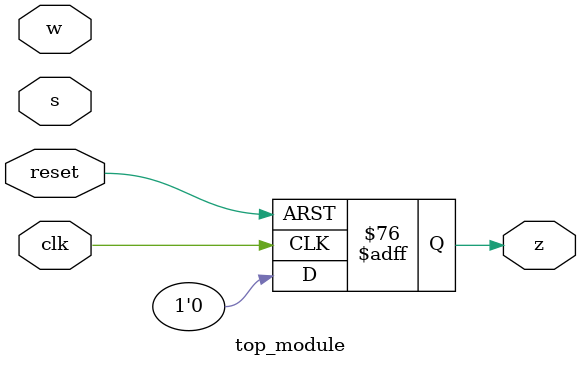
<source format=sv>
module top_module (
	input clk,
	input reset,
	input s,
	input w,
	output reg z
);

// Define states
parameter A = 0;
parameter B = 1;
parameter C = 2;
parameter S10 = 3;
parameter S11 = 4;
parameter S20 = 5;
parameter S21 = 6;
parameter S22 = 7;

// Define current state and next state variables
reg [2:0] state_reg;
reg [2:0] state_next;

// Define state assignments based on inputs
always @(posedge clk or posedge reset) begin
	if (reset) begin
		state_reg <= A; // Initialize the state to A
	end else begin
		state_reg <= state_next; // Update the state based on state_next
	end
end

// Define next state logic
always @* begin
	case(state_reg)
		A: begin
			if (s) begin
				state_next = B;
			end else begin
				state_next = A;
			end
		end
		B: begin
			if (w) begin
				state_next = S11;
			end else begin
				state_next = S10;
			end
		end
		C: begin
			if (w) begin
				state_next = S11;
			end else begin
				state_next = S10;
			end
		end
		S10: begin
			if (w) begin
				state_next = S21;
			end else begin
				state_next = S20;
			end
		end
		S11: begin
			if (w) begin
				state_next = S22;
			end else begin
				state_next = S21;
			end
		end
		S20: begin
			state_next = B;
		end
		S21: begin
			if (w) begin
				state_next = C;
			end else begin
				state_next = B;
			end
		end
		S22: begin
			if (w) begin
				state_next = B;
			end else begin
				state_next = C;
			end
		end
		default: begin
			state_next = A;
		end
	endcase
end

// Define output logic
always @(posedge clk or posedge reset) begin
	if (reset) begin
		z <= 0; // Reset the output to 0
	end else begin
		case(state_reg)
			A, B, C: begin
				z <= 0;
			end
			default: begin
				z <= 0;
			end
		endcase
	end
end

endmodule

</source>
